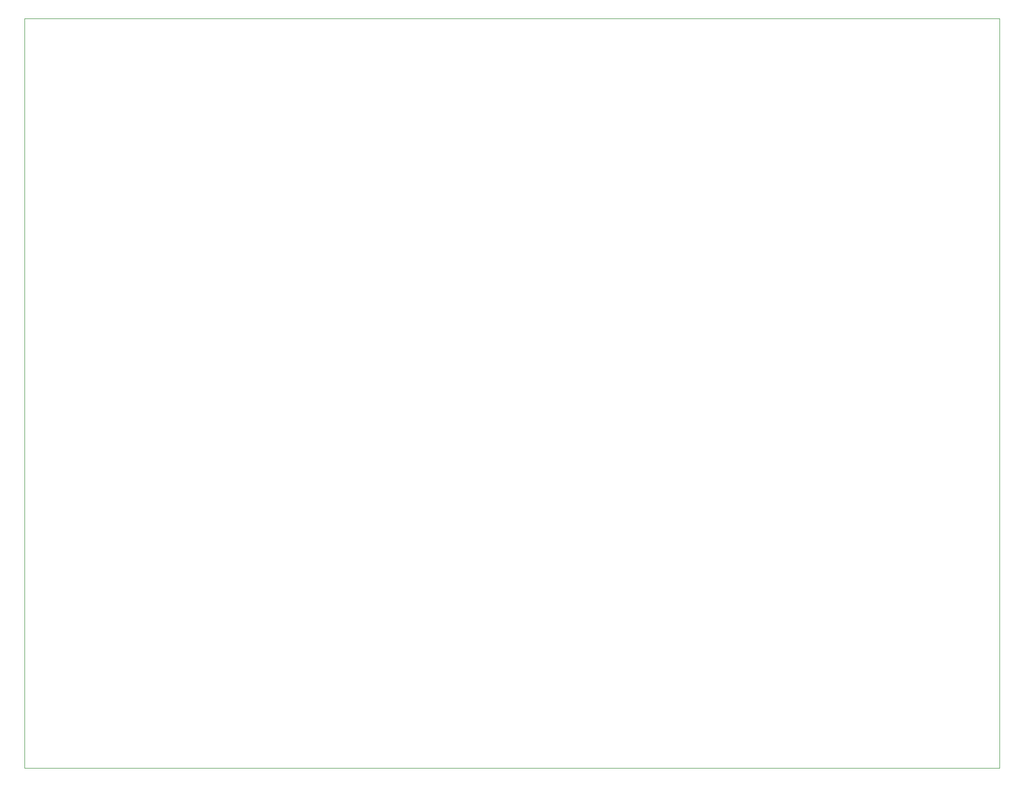
<source format=gm1>
G04 #@! TF.GenerationSoftware,KiCad,Pcbnew,8.0.7*
G04 #@! TF.CreationDate,2025-01-13T21:04:32-08:00*
G04 #@! TF.ProjectId,Ouroboros,4f75726f-626f-4726-9f73-2e6b69636164,rev?*
G04 #@! TF.SameCoordinates,Original*
G04 #@! TF.FileFunction,Profile,NP*
%FSLAX46Y46*%
G04 Gerber Fmt 4.6, Leading zero omitted, Abs format (unit mm)*
G04 Created by KiCad (PCBNEW 8.0.7) date 2025-01-13 21:04:32*
%MOMM*%
%LPD*%
G01*
G04 APERTURE LIST*
G04 #@! TA.AperFunction,Profile*
%ADD10C,0.050000*%
G04 #@! TD*
G04 APERTURE END LIST*
D10*
X450850000Y-247650000D02*
X285750000Y-247650000D01*
X450850000Y-120650000D02*
X450850000Y-247650000D01*
X285750000Y-247650000D02*
X285750000Y-120650000D01*
X285750000Y-120650000D02*
X450850000Y-120650000D01*
M02*

</source>
